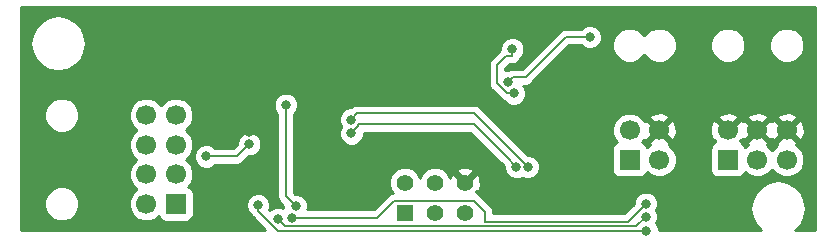
<source format=gbl>
G04 #@! TF.GenerationSoftware,KiCad,Pcbnew,5.0.0-fee4fd1~66~ubuntu18.04.1*
G04 #@! TF.CreationDate,2018-12-05T21:06:15-05:00*
G04 #@! TF.ProjectId,Steering2,5374656572696E67322E6B696361645F,rev?*
G04 #@! TF.SameCoordinates,Original*
G04 #@! TF.FileFunction,Copper,L2,Bot,Signal*
G04 #@! TF.FilePolarity,Positive*
%FSLAX46Y46*%
G04 Gerber Fmt 4.6, Leading zero omitted, Abs format (unit mm)*
G04 Created by KiCad (PCBNEW 5.0.0-fee4fd1~66~ubuntu18.04.1) date Wed Dec  5 21:06:15 2018*
%MOMM*%
%LPD*%
G01*
G04 APERTURE LIST*
G04 #@! TA.AperFunction,ComponentPad*
%ADD10R,1.700000X1.700000*%
G04 #@! TD*
G04 #@! TA.AperFunction,ComponentPad*
%ADD11C,1.700000*%
G04 #@! TD*
G04 #@! TA.AperFunction,ComponentPad*
%ADD12C,1.400000*%
G04 #@! TD*
G04 #@! TA.AperFunction,ComponentPad*
%ADD13R,1.400000X1.400000*%
G04 #@! TD*
G04 #@! TA.AperFunction,ViaPad*
%ADD14C,0.800000*%
G04 #@! TD*
G04 #@! TA.AperFunction,Conductor*
%ADD15C,0.152400*%
G04 #@! TD*
G04 #@! TA.AperFunction,Conductor*
%ADD16C,0.254000*%
G04 #@! TD*
G04 APERTURE END LIST*
D10*
G04 #@! TO.P,J3,1*
G04 #@! TO.N,/CANH*
X79629000Y-38544500D03*
D11*
G04 #@! TO.P,J3,2*
G04 #@! TO.N,/CANL*
X82129000Y-38544500D03*
G04 #@! TO.P,J3,3*
G04 #@! TO.N,+12V*
X79629000Y-36044500D03*
G04 #@! TO.P,J3,4*
G04 #@! TO.N,GND*
X82129000Y-36044500D03*
G04 #@! TD*
D12*
G04 #@! TO.P,J4,6*
G04 #@! TO.N,GND*
X65684400Y-40487600D03*
G04 #@! TO.P,J4,5*
G04 #@! TO.N,/RESET*
X65684400Y-43027600D03*
G04 #@! TO.P,J4,4*
G04 #@! TO.N,/MOSI*
X63144400Y-40487600D03*
G04 #@! TO.P,J4,3*
G04 #@! TO.N,/SCK*
X63144400Y-43027600D03*
G04 #@! TO.P,J4,2*
G04 #@! TO.N,VCC*
X60604400Y-40487600D03*
D13*
G04 #@! TO.P,J4,1*
G04 #@! TO.N,/MISO*
X60604400Y-43027600D03*
G04 #@! TD*
D10*
G04 #@! TO.P,J1,1*
G04 #@! TO.N,/LED3_Out*
X87947500Y-38544500D03*
D11*
G04 #@! TO.P,J1,2*
G04 #@! TO.N,/LED2_Out*
X90447500Y-38544500D03*
G04 #@! TO.P,J1,3*
G04 #@! TO.N,/LED1_Out*
X92947500Y-38544500D03*
G04 #@! TO.P,J1,4*
G04 #@! TO.N,GND*
X87947500Y-36044500D03*
G04 #@! TO.P,J1,5*
X90447500Y-36044500D03*
G04 #@! TO.P,J1,6*
X92947500Y-36044500D03*
G04 #@! TD*
D10*
G04 #@! TO.P,J2,1*
G04 #@! TO.N,/B4_In*
X41224200Y-42291000D03*
D11*
G04 #@! TO.P,J2,2*
G04 #@! TO.N,/B3_In*
X41224200Y-39791000D03*
G04 #@! TO.P,J2,3*
G04 #@! TO.N,/B2_In*
X41224200Y-37291000D03*
G04 #@! TO.P,J2,4*
G04 #@! TO.N,/B1_In*
X41224200Y-34791000D03*
G04 #@! TO.P,J2,5*
G04 #@! TO.N,VCC*
X38724200Y-42291000D03*
G04 #@! TO.P,J2,6*
X38724200Y-39791000D03*
G04 #@! TO.P,J2,7*
X38724200Y-37291000D03*
G04 #@! TO.P,J2,8*
X38724200Y-34791000D03*
G04 #@! TD*
D14*
G04 #@! TO.N,VCC*
X47424959Y-37245394D03*
X43789600Y-38277800D03*
G04 #@! TO.N,GND*
X73583800Y-37769800D03*
X73075800Y-27457400D03*
X72064764Y-33531848D03*
X47396400Y-36245800D03*
X74498200Y-40233600D03*
X52171600Y-36569194D03*
X59994800Y-37998400D03*
X46761402Y-44043600D03*
X43789600Y-33053000D03*
X42113200Y-31572200D03*
X43815000Y-42697400D03*
X36220400Y-30835598D03*
X67411600Y-40589200D03*
X71196200Y-37566600D03*
X68427600Y-40132000D03*
X73533000Y-36220400D03*
X72872600Y-37134800D03*
X56464200Y-27686000D03*
G04 #@! TO.N,Net-(C5-Pad1)*
X69824600Y-32943800D03*
X69697600Y-29184600D03*
G04 #@! TO.N,/TXCAN*
X56083200Y-36322000D03*
X70027800Y-39141400D03*
G04 #@! TO.N,/RXCAN*
X71027456Y-39167706D03*
X56057800Y-35153600D03*
G04 #@! TO.N,/SCK*
X51358800Y-42468800D03*
X50520600Y-33909000D03*
G04 #@! TO.N,/LED_Driver3*
X81000600Y-42291000D03*
X51079400Y-43459400D03*
G04 #@! TO.N,/LED_Driver2*
X81026000Y-43383200D03*
X49844027Y-43600735D03*
G04 #@! TO.N,/LED_Driver1*
X81051400Y-44551600D03*
X48183800Y-42392600D03*
G04 #@! TO.N,Net-(R17-Pad1)*
X69342000Y-31965900D03*
X76276200Y-28168600D03*
G04 #@! TD*
D15*
G04 #@! TO.N,VCC*
X46392553Y-38277800D02*
X47424959Y-37245394D01*
X43789600Y-38277800D02*
X46392553Y-38277800D01*
G04 #@! TO.N,Net-(C5-Pad1)*
X69258915Y-32943800D02*
X69824600Y-32943800D01*
X69697600Y-29184600D02*
X69697600Y-29750285D01*
X69697600Y-29750285D02*
X69182715Y-29750285D01*
X69182715Y-29750285D02*
X68414900Y-30518100D01*
X68414900Y-32099785D02*
X69258915Y-32943800D01*
X68414900Y-30518100D02*
X68414900Y-32099785D01*
G04 #@! TO.N,/TXCAN*
X69061410Y-38175010D02*
X69138800Y-38252400D01*
X69138800Y-38252400D02*
X70027800Y-39141400D01*
X69138800Y-38252400D02*
X66445210Y-35558810D01*
X66445210Y-35558810D02*
X56668590Y-35558810D01*
X56668590Y-35736610D02*
X56083200Y-36322000D01*
X56668590Y-35558810D02*
X56668590Y-35736610D01*
X56083200Y-36322000D02*
X56159400Y-36322000D01*
G04 #@! TO.N,/RXCAN*
X71027456Y-39167706D02*
X69875400Y-38015650D01*
X69875400Y-38015650D02*
X69723000Y-37863250D01*
X56591200Y-34620200D02*
X56057800Y-35153600D01*
X69875400Y-38015650D02*
X66479950Y-34620200D01*
X66479950Y-34620200D02*
X56591200Y-34620200D01*
G04 #@! TO.N,/SCK*
X50520600Y-41630600D02*
X51358800Y-42468800D01*
X50520600Y-33909000D02*
X50520600Y-41630600D01*
G04 #@! TO.N,/LED_Driver3*
X79473410Y-43818190D02*
X81000600Y-42291000D01*
X58267600Y-43459400D02*
X59675601Y-42051399D01*
X59675601Y-42051399D02*
X66460799Y-42051399D01*
X51079400Y-43459400D02*
X58267600Y-43459400D01*
X66460799Y-42051399D02*
X67360800Y-42951400D01*
X67360800Y-42951400D02*
X67360800Y-43818190D01*
X67360800Y-43818190D02*
X79473410Y-43818190D01*
G04 #@! TO.N,/LED_Driver2*
X80210010Y-44199190D02*
X50442482Y-44199190D01*
X81026000Y-43383200D02*
X80210010Y-44199190D01*
X50442482Y-44199190D02*
X49844027Y-43600735D01*
G04 #@! TO.N,/LED_Driver1*
X48183800Y-42392600D02*
X48183800Y-42896800D01*
X49838600Y-44551600D02*
X81051400Y-44551600D01*
X48183800Y-42896800D02*
X49838600Y-44551600D01*
G04 #@! TO.N,Net-(R17-Pad1)*
X74244200Y-28168600D02*
X76276200Y-28168600D01*
X70846899Y-31565901D02*
X74244200Y-28168600D01*
X69741999Y-31565901D02*
X70846899Y-31565901D01*
X69342000Y-31965900D02*
X69741999Y-31565901D01*
G04 #@! TD*
D16*
G04 #@! TO.N,GND*
G36*
X95302000Y-44502000D02*
X93663417Y-44502000D01*
X94108363Y-44057054D01*
X94443064Y-43400166D01*
X94558394Y-42672000D01*
X94443064Y-41943834D01*
X94108363Y-41286946D01*
X93587054Y-40765637D01*
X92930166Y-40430936D01*
X92202000Y-40315606D01*
X91473834Y-40430936D01*
X90816946Y-40765637D01*
X90295637Y-41286946D01*
X89960936Y-41943834D01*
X89845606Y-42672000D01*
X89960936Y-43400166D01*
X90295637Y-44057054D01*
X90740583Y-44502000D01*
X82086400Y-44502000D01*
X82086400Y-44345726D01*
X81928831Y-43965320D01*
X81912089Y-43948578D01*
X82061000Y-43589074D01*
X82061000Y-43177326D01*
X81907374Y-42806439D01*
X82035600Y-42496874D01*
X82035600Y-42085126D01*
X81878031Y-41704720D01*
X81586880Y-41413569D01*
X81206474Y-41256000D01*
X80794726Y-41256000D01*
X80414320Y-41413569D01*
X80123169Y-41704720D01*
X79965600Y-42085126D01*
X79965600Y-42320211D01*
X79178822Y-43106990D01*
X68072000Y-43106990D01*
X68072000Y-43021442D01*
X68085932Y-42951400D01*
X68072000Y-42881358D01*
X68072000Y-42881354D01*
X68030736Y-42673904D01*
X67972257Y-42586385D01*
X67913224Y-42498035D01*
X67913220Y-42498031D01*
X67873545Y-42438654D01*
X67814169Y-42398980D01*
X67013223Y-41598035D01*
X66973545Y-41538653D01*
X66738295Y-41381463D01*
X66716347Y-41377097D01*
X66734926Y-41358518D01*
X66619677Y-41243269D01*
X66855442Y-41181431D01*
X67031819Y-40680478D01*
X67003064Y-40150160D01*
X66855442Y-39793769D01*
X66619675Y-39731931D01*
X65864005Y-40487600D01*
X65878148Y-40501742D01*
X65698542Y-40681348D01*
X65684400Y-40667205D01*
X65670258Y-40681348D01*
X65490652Y-40501742D01*
X65504795Y-40487600D01*
X64749125Y-39731931D01*
X64513358Y-39793769D01*
X64416247Y-40069587D01*
X64276158Y-39731383D01*
X64097100Y-39552325D01*
X64928731Y-39552325D01*
X65684400Y-40307995D01*
X66440069Y-39552325D01*
X66378231Y-39316558D01*
X65877278Y-39140181D01*
X65346960Y-39168936D01*
X64990569Y-39316558D01*
X64928731Y-39552325D01*
X64097100Y-39552325D01*
X63900617Y-39355842D01*
X63409948Y-39152600D01*
X62878852Y-39152600D01*
X62388183Y-39355842D01*
X62012642Y-39731383D01*
X61874400Y-40065128D01*
X61736158Y-39731383D01*
X61360617Y-39355842D01*
X60869948Y-39152600D01*
X60338852Y-39152600D01*
X59848183Y-39355842D01*
X59472642Y-39731383D01*
X59269400Y-40222052D01*
X59269400Y-40753148D01*
X59472642Y-41243817D01*
X59575085Y-41346260D01*
X59398105Y-41381463D01*
X59398104Y-41381464D01*
X59398103Y-41381464D01*
X59222236Y-41498975D01*
X59222234Y-41498977D01*
X59162855Y-41538653D01*
X59123179Y-41598032D01*
X57973012Y-42748200D01*
X52363345Y-42748200D01*
X52393800Y-42674674D01*
X52393800Y-42262926D01*
X52236231Y-41882520D01*
X51945080Y-41591369D01*
X51564674Y-41433800D01*
X51329588Y-41433800D01*
X51231800Y-41336012D01*
X51231800Y-34947726D01*
X55022800Y-34947726D01*
X55022800Y-35359474D01*
X55180369Y-35739880D01*
X55197111Y-35756622D01*
X55048200Y-36116126D01*
X55048200Y-36527874D01*
X55205769Y-36908280D01*
X55496920Y-37199431D01*
X55877326Y-37357000D01*
X56289074Y-37357000D01*
X56669480Y-37199431D01*
X56960631Y-36908280D01*
X57118200Y-36527874D01*
X57118200Y-36292789D01*
X57121956Y-36289032D01*
X57150425Y-36270010D01*
X66150622Y-36270010D01*
X68992800Y-39112188D01*
X68992800Y-39347274D01*
X69150369Y-39727680D01*
X69441520Y-40018831D01*
X69821926Y-40176400D01*
X70233674Y-40176400D01*
X70495874Y-40067794D01*
X70821582Y-40202706D01*
X71233330Y-40202706D01*
X71613736Y-40045137D01*
X71904887Y-39753986D01*
X72062456Y-39373580D01*
X72062456Y-38961832D01*
X71904887Y-38581426D01*
X71613736Y-38290275D01*
X71233330Y-38132706D01*
X70998245Y-38132706D01*
X70560039Y-37694500D01*
X78131560Y-37694500D01*
X78131560Y-39394500D01*
X78180843Y-39642265D01*
X78321191Y-39852309D01*
X78531235Y-39992657D01*
X78779000Y-40041940D01*
X80479000Y-40041940D01*
X80726765Y-39992657D01*
X80936809Y-39852309D01*
X81077157Y-39642265D01*
X81085370Y-39600977D01*
X81287815Y-39803422D01*
X81833615Y-40029500D01*
X82424385Y-40029500D01*
X82970185Y-39803422D01*
X83387922Y-39385685D01*
X83614000Y-38839885D01*
X83614000Y-38249115D01*
X83387922Y-37703315D01*
X83379107Y-37694500D01*
X86450060Y-37694500D01*
X86450060Y-39394500D01*
X86499343Y-39642265D01*
X86639691Y-39852309D01*
X86849735Y-39992657D01*
X87097500Y-40041940D01*
X88797500Y-40041940D01*
X89045265Y-39992657D01*
X89255309Y-39852309D01*
X89395657Y-39642265D01*
X89403870Y-39600977D01*
X89606315Y-39803422D01*
X90152115Y-40029500D01*
X90742885Y-40029500D01*
X91288685Y-39803422D01*
X91697500Y-39394607D01*
X92106315Y-39803422D01*
X92652115Y-40029500D01*
X93242885Y-40029500D01*
X93788685Y-39803422D01*
X94206422Y-39385685D01*
X94432500Y-38839885D01*
X94432500Y-38249115D01*
X94206422Y-37703315D01*
X93788685Y-37285578D01*
X93753537Y-37271019D01*
X93811853Y-37088458D01*
X92947500Y-36224105D01*
X92083147Y-37088458D01*
X92141463Y-37271019D01*
X92106315Y-37285578D01*
X91697500Y-37694393D01*
X91288685Y-37285578D01*
X91253537Y-37271019D01*
X91311853Y-37088458D01*
X90447500Y-36224105D01*
X89583147Y-37088458D01*
X89641463Y-37271019D01*
X89606315Y-37285578D01*
X89403870Y-37488023D01*
X89395657Y-37446735D01*
X89255309Y-37236691D01*
X89045265Y-37096343D01*
X89035359Y-37094373D01*
X89106170Y-37023562D01*
X88991460Y-36908852D01*
X89197500Y-36843037D01*
X89403542Y-36908853D01*
X90267895Y-36044500D01*
X90627105Y-36044500D01*
X91491458Y-36908853D01*
X91697500Y-36843037D01*
X91903542Y-36908853D01*
X92767895Y-36044500D01*
X93127105Y-36044500D01*
X93991458Y-36908853D01*
X94242759Y-36828580D01*
X94444218Y-36273221D01*
X94417815Y-35683042D01*
X94242759Y-35260420D01*
X93991458Y-35180147D01*
X93127105Y-36044500D01*
X92767895Y-36044500D01*
X91903542Y-35180147D01*
X91697500Y-35245963D01*
X91491458Y-35180147D01*
X90627105Y-36044500D01*
X90267895Y-36044500D01*
X89403542Y-35180147D01*
X89197500Y-35245963D01*
X88991458Y-35180147D01*
X88127105Y-36044500D01*
X88141248Y-36058643D01*
X87961643Y-36238248D01*
X87947500Y-36224105D01*
X87933358Y-36238248D01*
X87753753Y-36058643D01*
X87767895Y-36044500D01*
X86903542Y-35180147D01*
X86652241Y-35260420D01*
X86450782Y-35815779D01*
X86477185Y-36405958D01*
X86652241Y-36828580D01*
X86903540Y-36908852D01*
X86788830Y-37023562D01*
X86859641Y-37094373D01*
X86849735Y-37096343D01*
X86639691Y-37236691D01*
X86499343Y-37446735D01*
X86450060Y-37694500D01*
X83379107Y-37694500D01*
X82970185Y-37285578D01*
X82935037Y-37271019D01*
X82993353Y-37088458D01*
X82129000Y-36224105D01*
X81264647Y-37088458D01*
X81322963Y-37271019D01*
X81287815Y-37285578D01*
X81085370Y-37488023D01*
X81077157Y-37446735D01*
X80936809Y-37236691D01*
X80726765Y-37096343D01*
X80685477Y-37088130D01*
X80887922Y-36885685D01*
X80902481Y-36850537D01*
X81085042Y-36908853D01*
X81949395Y-36044500D01*
X82308605Y-36044500D01*
X83172958Y-36908853D01*
X83424259Y-36828580D01*
X83625718Y-36273221D01*
X83599315Y-35683042D01*
X83424259Y-35260420D01*
X83172958Y-35180147D01*
X82308605Y-36044500D01*
X81949395Y-36044500D01*
X81085042Y-35180147D01*
X80902481Y-35238463D01*
X80887922Y-35203315D01*
X80685149Y-35000542D01*
X81264647Y-35000542D01*
X82129000Y-35864895D01*
X82993353Y-35000542D01*
X87083147Y-35000542D01*
X87947500Y-35864895D01*
X88811853Y-35000542D01*
X89583147Y-35000542D01*
X90447500Y-35864895D01*
X91311853Y-35000542D01*
X92083147Y-35000542D01*
X92947500Y-35864895D01*
X93811853Y-35000542D01*
X93731580Y-34749241D01*
X93176221Y-34547782D01*
X92586042Y-34574185D01*
X92163420Y-34749241D01*
X92083147Y-35000542D01*
X91311853Y-35000542D01*
X91231580Y-34749241D01*
X90676221Y-34547782D01*
X90086042Y-34574185D01*
X89663420Y-34749241D01*
X89583147Y-35000542D01*
X88811853Y-35000542D01*
X88731580Y-34749241D01*
X88176221Y-34547782D01*
X87586042Y-34574185D01*
X87163420Y-34749241D01*
X87083147Y-35000542D01*
X82993353Y-35000542D01*
X82913080Y-34749241D01*
X82357721Y-34547782D01*
X81767542Y-34574185D01*
X81344920Y-34749241D01*
X81264647Y-35000542D01*
X80685149Y-35000542D01*
X80470185Y-34785578D01*
X79924385Y-34559500D01*
X79333615Y-34559500D01*
X78787815Y-34785578D01*
X78370078Y-35203315D01*
X78144000Y-35749115D01*
X78144000Y-36339885D01*
X78370078Y-36885685D01*
X78572523Y-37088130D01*
X78531235Y-37096343D01*
X78321191Y-37236691D01*
X78180843Y-37446735D01*
X78131560Y-37694500D01*
X70560039Y-37694500D01*
X70427826Y-37562288D01*
X70427824Y-37562285D01*
X67032374Y-34166836D01*
X66992696Y-34107454D01*
X66757446Y-33950264D01*
X66549996Y-33909000D01*
X66549991Y-33909000D01*
X66479950Y-33895068D01*
X66409909Y-33909000D01*
X56661242Y-33909000D01*
X56591200Y-33895068D01*
X56521158Y-33909000D01*
X56521154Y-33909000D01*
X56313704Y-33950264D01*
X56078454Y-34107454D01*
X56071006Y-34118600D01*
X55851926Y-34118600D01*
X55471520Y-34276169D01*
X55180369Y-34567320D01*
X55022800Y-34947726D01*
X51231800Y-34947726D01*
X51231800Y-34661511D01*
X51398031Y-34495280D01*
X51555600Y-34114874D01*
X51555600Y-33703126D01*
X51398031Y-33322720D01*
X51106880Y-33031569D01*
X50726474Y-32874000D01*
X50314726Y-32874000D01*
X49934320Y-33031569D01*
X49643169Y-33322720D01*
X49485600Y-33703126D01*
X49485600Y-34114874D01*
X49643169Y-34495280D01*
X49809400Y-34661511D01*
X49809401Y-41560554D01*
X49795468Y-41630600D01*
X49850665Y-41908096D01*
X49968176Y-42083964D01*
X49968179Y-42083967D01*
X50007855Y-42143346D01*
X50067234Y-42183022D01*
X50323800Y-42439588D01*
X50323800Y-42674674D01*
X50326057Y-42680122D01*
X50049901Y-42565735D01*
X49638153Y-42565735D01*
X49257747Y-42723304D01*
X49136920Y-42844131D01*
X49122867Y-42830078D01*
X49218800Y-42598474D01*
X49218800Y-42186726D01*
X49061231Y-41806320D01*
X48770080Y-41515169D01*
X48389674Y-41357600D01*
X47977926Y-41357600D01*
X47597520Y-41515169D01*
X47306369Y-41806320D01*
X47148800Y-42186726D01*
X47148800Y-42598474D01*
X47306369Y-42978880D01*
X47538188Y-43210699D01*
X47577833Y-43270031D01*
X47631376Y-43350164D01*
X47631378Y-43350166D01*
X47671055Y-43409546D01*
X47730434Y-43449222D01*
X48783211Y-44502000D01*
X28142000Y-44502000D01*
X28142000Y-41995615D01*
X30059200Y-41995615D01*
X30059200Y-42586385D01*
X30285278Y-43132185D01*
X30703015Y-43549922D01*
X31248815Y-43776000D01*
X31839585Y-43776000D01*
X32385385Y-43549922D01*
X32803122Y-43132185D01*
X33029200Y-42586385D01*
X33029200Y-41995615D01*
X32803122Y-41449815D01*
X32385385Y-41032078D01*
X31839585Y-40806000D01*
X31248815Y-40806000D01*
X30703015Y-41032078D01*
X30285278Y-41449815D01*
X30059200Y-41995615D01*
X28142000Y-41995615D01*
X28142000Y-34495615D01*
X30059200Y-34495615D01*
X30059200Y-35086385D01*
X30285278Y-35632185D01*
X30703015Y-36049922D01*
X31248815Y-36276000D01*
X31839585Y-36276000D01*
X32385385Y-36049922D01*
X32803122Y-35632185D01*
X33029200Y-35086385D01*
X33029200Y-34495615D01*
X37239200Y-34495615D01*
X37239200Y-35086385D01*
X37465278Y-35632185D01*
X37874093Y-36041000D01*
X37465278Y-36449815D01*
X37239200Y-36995615D01*
X37239200Y-37586385D01*
X37465278Y-38132185D01*
X37874093Y-38541000D01*
X37465278Y-38949815D01*
X37239200Y-39495615D01*
X37239200Y-40086385D01*
X37465278Y-40632185D01*
X37874093Y-41041000D01*
X37465278Y-41449815D01*
X37239200Y-41995615D01*
X37239200Y-42586385D01*
X37465278Y-43132185D01*
X37883015Y-43549922D01*
X38428815Y-43776000D01*
X39019585Y-43776000D01*
X39565385Y-43549922D01*
X39767830Y-43347477D01*
X39776043Y-43388765D01*
X39916391Y-43598809D01*
X40126435Y-43739157D01*
X40374200Y-43788440D01*
X42074200Y-43788440D01*
X42321965Y-43739157D01*
X42532009Y-43598809D01*
X42672357Y-43388765D01*
X42721640Y-43141000D01*
X42721640Y-41441000D01*
X42672357Y-41193235D01*
X42532009Y-40983191D01*
X42321965Y-40842843D01*
X42280677Y-40834630D01*
X42483122Y-40632185D01*
X42709200Y-40086385D01*
X42709200Y-39495615D01*
X42483122Y-38949815D01*
X42074307Y-38541000D01*
X42483122Y-38132185D01*
X42508082Y-38071926D01*
X42754600Y-38071926D01*
X42754600Y-38483674D01*
X42912169Y-38864080D01*
X43203320Y-39155231D01*
X43583726Y-39312800D01*
X43995474Y-39312800D01*
X44375880Y-39155231D01*
X44542111Y-38989000D01*
X46322512Y-38989000D01*
X46392553Y-39002932D01*
X46462594Y-38989000D01*
X46462599Y-38989000D01*
X46670049Y-38947736D01*
X46905299Y-38790546D01*
X46944977Y-38731164D01*
X47395747Y-38280394D01*
X47630833Y-38280394D01*
X48011239Y-38122825D01*
X48302390Y-37831674D01*
X48459959Y-37451268D01*
X48459959Y-37039520D01*
X48302390Y-36659114D01*
X48011239Y-36367963D01*
X47630833Y-36210394D01*
X47219085Y-36210394D01*
X46838679Y-36367963D01*
X46547528Y-36659114D01*
X46389959Y-37039520D01*
X46389959Y-37274606D01*
X46097965Y-37566600D01*
X44542111Y-37566600D01*
X44375880Y-37400369D01*
X43995474Y-37242800D01*
X43583726Y-37242800D01*
X43203320Y-37400369D01*
X42912169Y-37691520D01*
X42754600Y-38071926D01*
X42508082Y-38071926D01*
X42709200Y-37586385D01*
X42709200Y-36995615D01*
X42483122Y-36449815D01*
X42074307Y-36041000D01*
X42483122Y-35632185D01*
X42709200Y-35086385D01*
X42709200Y-34495615D01*
X42483122Y-33949815D01*
X42065385Y-33532078D01*
X41519585Y-33306000D01*
X40928815Y-33306000D01*
X40383015Y-33532078D01*
X39974200Y-33940893D01*
X39565385Y-33532078D01*
X39019585Y-33306000D01*
X38428815Y-33306000D01*
X37883015Y-33532078D01*
X37465278Y-33949815D01*
X37239200Y-34495615D01*
X33029200Y-34495615D01*
X32803122Y-33949815D01*
X32385385Y-33532078D01*
X31839585Y-33306000D01*
X31248815Y-33306000D01*
X30703015Y-33532078D01*
X30285278Y-33949815D01*
X30059200Y-34495615D01*
X28142000Y-34495615D01*
X28142000Y-28702000D01*
X28885606Y-28702000D01*
X29000936Y-29430166D01*
X29335637Y-30087054D01*
X29856946Y-30608363D01*
X30513834Y-30943064D01*
X31242000Y-31058394D01*
X31970166Y-30943064D01*
X32627054Y-30608363D01*
X32717317Y-30518100D01*
X67689768Y-30518100D01*
X67703700Y-30588142D01*
X67703701Y-32029739D01*
X67689768Y-32099785D01*
X67744965Y-32377281D01*
X67862476Y-32553149D01*
X67862479Y-32553152D01*
X67902155Y-32612531D01*
X67961534Y-32652207D01*
X68706493Y-33397167D01*
X68746169Y-33456546D01*
X68805548Y-33496222D01*
X68805550Y-33496224D01*
X68981417Y-33613735D01*
X68981418Y-33613735D01*
X68981419Y-33613736D01*
X69043093Y-33626004D01*
X69238320Y-33821231D01*
X69618726Y-33978800D01*
X70030474Y-33978800D01*
X70410880Y-33821231D01*
X70702031Y-33530080D01*
X70859600Y-33149674D01*
X70859600Y-32737926D01*
X70702031Y-32357520D01*
X70621612Y-32277101D01*
X70776858Y-32277101D01*
X70846899Y-32291033D01*
X70916940Y-32277101D01*
X70916945Y-32277101D01*
X71124395Y-32235837D01*
X71359645Y-32078647D01*
X71399323Y-32019265D01*
X74538789Y-28879800D01*
X75523689Y-28879800D01*
X75689920Y-29046031D01*
X76070326Y-29203600D01*
X76482074Y-29203600D01*
X76862480Y-29046031D01*
X77153631Y-28754880D01*
X77230577Y-28569115D01*
X78144000Y-28569115D01*
X78144000Y-29159885D01*
X78370078Y-29705685D01*
X78787815Y-30123422D01*
X79333615Y-30349500D01*
X79924385Y-30349500D01*
X80470185Y-30123422D01*
X80879000Y-29714607D01*
X81287815Y-30123422D01*
X81833615Y-30349500D01*
X82424385Y-30349500D01*
X82970185Y-30123422D01*
X83387922Y-29705685D01*
X83614000Y-29159885D01*
X83614000Y-28569115D01*
X86462500Y-28569115D01*
X86462500Y-29159885D01*
X86688578Y-29705685D01*
X87106315Y-30123422D01*
X87652115Y-30349500D01*
X88242885Y-30349500D01*
X88788685Y-30123422D01*
X89206422Y-29705685D01*
X89432500Y-29159885D01*
X89432500Y-28569115D01*
X91462500Y-28569115D01*
X91462500Y-29159885D01*
X91688578Y-29705685D01*
X92106315Y-30123422D01*
X92652115Y-30349500D01*
X93242885Y-30349500D01*
X93788685Y-30123422D01*
X94206422Y-29705685D01*
X94432500Y-29159885D01*
X94432500Y-28569115D01*
X94206422Y-28023315D01*
X93788685Y-27605578D01*
X93242885Y-27379500D01*
X92652115Y-27379500D01*
X92106315Y-27605578D01*
X91688578Y-28023315D01*
X91462500Y-28569115D01*
X89432500Y-28569115D01*
X89206422Y-28023315D01*
X88788685Y-27605578D01*
X88242885Y-27379500D01*
X87652115Y-27379500D01*
X87106315Y-27605578D01*
X86688578Y-28023315D01*
X86462500Y-28569115D01*
X83614000Y-28569115D01*
X83387922Y-28023315D01*
X82970185Y-27605578D01*
X82424385Y-27379500D01*
X81833615Y-27379500D01*
X81287815Y-27605578D01*
X80879000Y-28014393D01*
X80470185Y-27605578D01*
X79924385Y-27379500D01*
X79333615Y-27379500D01*
X78787815Y-27605578D01*
X78370078Y-28023315D01*
X78144000Y-28569115D01*
X77230577Y-28569115D01*
X77311200Y-28374474D01*
X77311200Y-27962726D01*
X77153631Y-27582320D01*
X76862480Y-27291169D01*
X76482074Y-27133600D01*
X76070326Y-27133600D01*
X75689920Y-27291169D01*
X75523689Y-27457400D01*
X74314241Y-27457400D01*
X74244199Y-27443468D01*
X74174157Y-27457400D01*
X74174154Y-27457400D01*
X73966704Y-27498664D01*
X73966703Y-27498665D01*
X73966702Y-27498665D01*
X73790835Y-27616176D01*
X73790833Y-27616178D01*
X73731454Y-27655854D01*
X73691778Y-27715233D01*
X70552311Y-30854701D01*
X69812040Y-30854701D01*
X69741998Y-30840769D01*
X69671957Y-30854701D01*
X69671953Y-30854701D01*
X69464503Y-30895965D01*
X69412219Y-30930900D01*
X69136126Y-30930900D01*
X69126100Y-30935053D01*
X69126100Y-30812688D01*
X69477304Y-30461485D01*
X69627554Y-30461485D01*
X69697600Y-30475418D01*
X69767646Y-30461485D01*
X69975096Y-30420221D01*
X70210346Y-30263031D01*
X70367536Y-30027781D01*
X70379804Y-29966107D01*
X70575031Y-29770880D01*
X70732600Y-29390474D01*
X70732600Y-28978726D01*
X70575031Y-28598320D01*
X70283880Y-28307169D01*
X69903474Y-28149600D01*
X69491726Y-28149600D01*
X69111320Y-28307169D01*
X68820169Y-28598320D01*
X68662600Y-28978726D01*
X68662600Y-29248567D01*
X68630293Y-29296918D01*
X67961533Y-29965678D01*
X67902154Y-30005355D01*
X67862478Y-30064734D01*
X67862476Y-30064736D01*
X67785167Y-30180437D01*
X67744964Y-30240605D01*
X67703700Y-30448055D01*
X67703700Y-30448059D01*
X67689768Y-30518100D01*
X32717317Y-30518100D01*
X33148363Y-30087054D01*
X33483064Y-29430166D01*
X33598394Y-28702000D01*
X33483064Y-27973834D01*
X33148363Y-27316946D01*
X32627054Y-26795637D01*
X31970166Y-26460936D01*
X31242000Y-26345606D01*
X30513834Y-26460936D01*
X29856946Y-26795637D01*
X29335637Y-27316946D01*
X29000936Y-27973834D01*
X28885606Y-28702000D01*
X28142000Y-28702000D01*
X28142000Y-25602000D01*
X95302001Y-25602000D01*
X95302000Y-44502000D01*
X95302000Y-44502000D01*
G37*
X95302000Y-44502000D02*
X93663417Y-44502000D01*
X94108363Y-44057054D01*
X94443064Y-43400166D01*
X94558394Y-42672000D01*
X94443064Y-41943834D01*
X94108363Y-41286946D01*
X93587054Y-40765637D01*
X92930166Y-40430936D01*
X92202000Y-40315606D01*
X91473834Y-40430936D01*
X90816946Y-40765637D01*
X90295637Y-41286946D01*
X89960936Y-41943834D01*
X89845606Y-42672000D01*
X89960936Y-43400166D01*
X90295637Y-44057054D01*
X90740583Y-44502000D01*
X82086400Y-44502000D01*
X82086400Y-44345726D01*
X81928831Y-43965320D01*
X81912089Y-43948578D01*
X82061000Y-43589074D01*
X82061000Y-43177326D01*
X81907374Y-42806439D01*
X82035600Y-42496874D01*
X82035600Y-42085126D01*
X81878031Y-41704720D01*
X81586880Y-41413569D01*
X81206474Y-41256000D01*
X80794726Y-41256000D01*
X80414320Y-41413569D01*
X80123169Y-41704720D01*
X79965600Y-42085126D01*
X79965600Y-42320211D01*
X79178822Y-43106990D01*
X68072000Y-43106990D01*
X68072000Y-43021442D01*
X68085932Y-42951400D01*
X68072000Y-42881358D01*
X68072000Y-42881354D01*
X68030736Y-42673904D01*
X67972257Y-42586385D01*
X67913224Y-42498035D01*
X67913220Y-42498031D01*
X67873545Y-42438654D01*
X67814169Y-42398980D01*
X67013223Y-41598035D01*
X66973545Y-41538653D01*
X66738295Y-41381463D01*
X66716347Y-41377097D01*
X66734926Y-41358518D01*
X66619677Y-41243269D01*
X66855442Y-41181431D01*
X67031819Y-40680478D01*
X67003064Y-40150160D01*
X66855442Y-39793769D01*
X66619675Y-39731931D01*
X65864005Y-40487600D01*
X65878148Y-40501742D01*
X65698542Y-40681348D01*
X65684400Y-40667205D01*
X65670258Y-40681348D01*
X65490652Y-40501742D01*
X65504795Y-40487600D01*
X64749125Y-39731931D01*
X64513358Y-39793769D01*
X64416247Y-40069587D01*
X64276158Y-39731383D01*
X64097100Y-39552325D01*
X64928731Y-39552325D01*
X65684400Y-40307995D01*
X66440069Y-39552325D01*
X66378231Y-39316558D01*
X65877278Y-39140181D01*
X65346960Y-39168936D01*
X64990569Y-39316558D01*
X64928731Y-39552325D01*
X64097100Y-39552325D01*
X63900617Y-39355842D01*
X63409948Y-39152600D01*
X62878852Y-39152600D01*
X62388183Y-39355842D01*
X62012642Y-39731383D01*
X61874400Y-40065128D01*
X61736158Y-39731383D01*
X61360617Y-39355842D01*
X60869948Y-39152600D01*
X60338852Y-39152600D01*
X59848183Y-39355842D01*
X59472642Y-39731383D01*
X59269400Y-40222052D01*
X59269400Y-40753148D01*
X59472642Y-41243817D01*
X59575085Y-41346260D01*
X59398105Y-41381463D01*
X59398104Y-41381464D01*
X59398103Y-41381464D01*
X59222236Y-41498975D01*
X59222234Y-41498977D01*
X59162855Y-41538653D01*
X59123179Y-41598032D01*
X57973012Y-42748200D01*
X52363345Y-42748200D01*
X52393800Y-42674674D01*
X52393800Y-42262926D01*
X52236231Y-41882520D01*
X51945080Y-41591369D01*
X51564674Y-41433800D01*
X51329588Y-41433800D01*
X51231800Y-41336012D01*
X51231800Y-34947726D01*
X55022800Y-34947726D01*
X55022800Y-35359474D01*
X55180369Y-35739880D01*
X55197111Y-35756622D01*
X55048200Y-36116126D01*
X55048200Y-36527874D01*
X55205769Y-36908280D01*
X55496920Y-37199431D01*
X55877326Y-37357000D01*
X56289074Y-37357000D01*
X56669480Y-37199431D01*
X56960631Y-36908280D01*
X57118200Y-36527874D01*
X57118200Y-36292789D01*
X57121956Y-36289032D01*
X57150425Y-36270010D01*
X66150622Y-36270010D01*
X68992800Y-39112188D01*
X68992800Y-39347274D01*
X69150369Y-39727680D01*
X69441520Y-40018831D01*
X69821926Y-40176400D01*
X70233674Y-40176400D01*
X70495874Y-40067794D01*
X70821582Y-40202706D01*
X71233330Y-40202706D01*
X71613736Y-40045137D01*
X71904887Y-39753986D01*
X72062456Y-39373580D01*
X72062456Y-38961832D01*
X71904887Y-38581426D01*
X71613736Y-38290275D01*
X71233330Y-38132706D01*
X70998245Y-38132706D01*
X70560039Y-37694500D01*
X78131560Y-37694500D01*
X78131560Y-39394500D01*
X78180843Y-39642265D01*
X78321191Y-39852309D01*
X78531235Y-39992657D01*
X78779000Y-40041940D01*
X80479000Y-40041940D01*
X80726765Y-39992657D01*
X80936809Y-39852309D01*
X81077157Y-39642265D01*
X81085370Y-39600977D01*
X81287815Y-39803422D01*
X81833615Y-40029500D01*
X82424385Y-40029500D01*
X82970185Y-39803422D01*
X83387922Y-39385685D01*
X83614000Y-38839885D01*
X83614000Y-38249115D01*
X83387922Y-37703315D01*
X83379107Y-37694500D01*
X86450060Y-37694500D01*
X86450060Y-39394500D01*
X86499343Y-39642265D01*
X86639691Y-39852309D01*
X86849735Y-39992657D01*
X87097500Y-40041940D01*
X88797500Y-40041940D01*
X89045265Y-39992657D01*
X89255309Y-39852309D01*
X89395657Y-39642265D01*
X89403870Y-39600977D01*
X89606315Y-39803422D01*
X90152115Y-40029500D01*
X90742885Y-40029500D01*
X91288685Y-39803422D01*
X91697500Y-39394607D01*
X92106315Y-39803422D01*
X92652115Y-40029500D01*
X93242885Y-40029500D01*
X93788685Y-39803422D01*
X94206422Y-39385685D01*
X94432500Y-38839885D01*
X94432500Y-38249115D01*
X94206422Y-37703315D01*
X93788685Y-37285578D01*
X93753537Y-37271019D01*
X93811853Y-37088458D01*
X92947500Y-36224105D01*
X92083147Y-37088458D01*
X92141463Y-37271019D01*
X92106315Y-37285578D01*
X91697500Y-37694393D01*
X91288685Y-37285578D01*
X91253537Y-37271019D01*
X91311853Y-37088458D01*
X90447500Y-36224105D01*
X89583147Y-37088458D01*
X89641463Y-37271019D01*
X89606315Y-37285578D01*
X89403870Y-37488023D01*
X89395657Y-37446735D01*
X89255309Y-37236691D01*
X89045265Y-37096343D01*
X89035359Y-37094373D01*
X89106170Y-37023562D01*
X88991460Y-36908852D01*
X89197500Y-36843037D01*
X89403542Y-36908853D01*
X90267895Y-36044500D01*
X90627105Y-36044500D01*
X91491458Y-36908853D01*
X91697500Y-36843037D01*
X91903542Y-36908853D01*
X92767895Y-36044500D01*
X93127105Y-36044500D01*
X93991458Y-36908853D01*
X94242759Y-36828580D01*
X94444218Y-36273221D01*
X94417815Y-35683042D01*
X94242759Y-35260420D01*
X93991458Y-35180147D01*
X93127105Y-36044500D01*
X92767895Y-36044500D01*
X91903542Y-35180147D01*
X91697500Y-35245963D01*
X91491458Y-35180147D01*
X90627105Y-36044500D01*
X90267895Y-36044500D01*
X89403542Y-35180147D01*
X89197500Y-35245963D01*
X88991458Y-35180147D01*
X88127105Y-36044500D01*
X88141248Y-36058643D01*
X87961643Y-36238248D01*
X87947500Y-36224105D01*
X87933358Y-36238248D01*
X87753753Y-36058643D01*
X87767895Y-36044500D01*
X86903542Y-35180147D01*
X86652241Y-35260420D01*
X86450782Y-35815779D01*
X86477185Y-36405958D01*
X86652241Y-36828580D01*
X86903540Y-36908852D01*
X86788830Y-37023562D01*
X86859641Y-37094373D01*
X86849735Y-37096343D01*
X86639691Y-37236691D01*
X86499343Y-37446735D01*
X86450060Y-37694500D01*
X83379107Y-37694500D01*
X82970185Y-37285578D01*
X82935037Y-37271019D01*
X82993353Y-37088458D01*
X82129000Y-36224105D01*
X81264647Y-37088458D01*
X81322963Y-37271019D01*
X81287815Y-37285578D01*
X81085370Y-37488023D01*
X81077157Y-37446735D01*
X80936809Y-37236691D01*
X80726765Y-37096343D01*
X80685477Y-37088130D01*
X80887922Y-36885685D01*
X80902481Y-36850537D01*
X81085042Y-36908853D01*
X81949395Y-36044500D01*
X82308605Y-36044500D01*
X83172958Y-36908853D01*
X83424259Y-36828580D01*
X83625718Y-36273221D01*
X83599315Y-35683042D01*
X83424259Y-35260420D01*
X83172958Y-35180147D01*
X82308605Y-36044500D01*
X81949395Y-36044500D01*
X81085042Y-35180147D01*
X80902481Y-35238463D01*
X80887922Y-35203315D01*
X80685149Y-35000542D01*
X81264647Y-35000542D01*
X82129000Y-35864895D01*
X82993353Y-35000542D01*
X87083147Y-35000542D01*
X87947500Y-35864895D01*
X88811853Y-35000542D01*
X89583147Y-35000542D01*
X90447500Y-35864895D01*
X91311853Y-35000542D01*
X92083147Y-35000542D01*
X92947500Y-35864895D01*
X93811853Y-35000542D01*
X93731580Y-34749241D01*
X93176221Y-34547782D01*
X92586042Y-34574185D01*
X92163420Y-34749241D01*
X92083147Y-35000542D01*
X91311853Y-35000542D01*
X91231580Y-34749241D01*
X90676221Y-34547782D01*
X90086042Y-34574185D01*
X89663420Y-34749241D01*
X89583147Y-35000542D01*
X88811853Y-35000542D01*
X88731580Y-34749241D01*
X88176221Y-34547782D01*
X87586042Y-34574185D01*
X87163420Y-34749241D01*
X87083147Y-35000542D01*
X82993353Y-35000542D01*
X82913080Y-34749241D01*
X82357721Y-34547782D01*
X81767542Y-34574185D01*
X81344920Y-34749241D01*
X81264647Y-35000542D01*
X80685149Y-35000542D01*
X80470185Y-34785578D01*
X79924385Y-34559500D01*
X79333615Y-34559500D01*
X78787815Y-34785578D01*
X78370078Y-35203315D01*
X78144000Y-35749115D01*
X78144000Y-36339885D01*
X78370078Y-36885685D01*
X78572523Y-37088130D01*
X78531235Y-37096343D01*
X78321191Y-37236691D01*
X78180843Y-37446735D01*
X78131560Y-37694500D01*
X70560039Y-37694500D01*
X70427826Y-37562288D01*
X70427824Y-37562285D01*
X67032374Y-34166836D01*
X66992696Y-34107454D01*
X66757446Y-33950264D01*
X66549996Y-33909000D01*
X66549991Y-33909000D01*
X66479950Y-33895068D01*
X66409909Y-33909000D01*
X56661242Y-33909000D01*
X56591200Y-33895068D01*
X56521158Y-33909000D01*
X56521154Y-33909000D01*
X56313704Y-33950264D01*
X56078454Y-34107454D01*
X56071006Y-34118600D01*
X55851926Y-34118600D01*
X55471520Y-34276169D01*
X55180369Y-34567320D01*
X55022800Y-34947726D01*
X51231800Y-34947726D01*
X51231800Y-34661511D01*
X51398031Y-34495280D01*
X51555600Y-34114874D01*
X51555600Y-33703126D01*
X51398031Y-33322720D01*
X51106880Y-33031569D01*
X50726474Y-32874000D01*
X50314726Y-32874000D01*
X49934320Y-33031569D01*
X49643169Y-33322720D01*
X49485600Y-33703126D01*
X49485600Y-34114874D01*
X49643169Y-34495280D01*
X49809400Y-34661511D01*
X49809401Y-41560554D01*
X49795468Y-41630600D01*
X49850665Y-41908096D01*
X49968176Y-42083964D01*
X49968179Y-42083967D01*
X50007855Y-42143346D01*
X50067234Y-42183022D01*
X50323800Y-42439588D01*
X50323800Y-42674674D01*
X50326057Y-42680122D01*
X50049901Y-42565735D01*
X49638153Y-42565735D01*
X49257747Y-42723304D01*
X49136920Y-42844131D01*
X49122867Y-42830078D01*
X49218800Y-42598474D01*
X49218800Y-42186726D01*
X49061231Y-41806320D01*
X48770080Y-41515169D01*
X48389674Y-41357600D01*
X47977926Y-41357600D01*
X47597520Y-41515169D01*
X47306369Y-41806320D01*
X47148800Y-42186726D01*
X47148800Y-42598474D01*
X47306369Y-42978880D01*
X47538188Y-43210699D01*
X47577833Y-43270031D01*
X47631376Y-43350164D01*
X47631378Y-43350166D01*
X47671055Y-43409546D01*
X47730434Y-43449222D01*
X48783211Y-44502000D01*
X28142000Y-44502000D01*
X28142000Y-41995615D01*
X30059200Y-41995615D01*
X30059200Y-42586385D01*
X30285278Y-43132185D01*
X30703015Y-43549922D01*
X31248815Y-43776000D01*
X31839585Y-43776000D01*
X32385385Y-43549922D01*
X32803122Y-43132185D01*
X33029200Y-42586385D01*
X33029200Y-41995615D01*
X32803122Y-41449815D01*
X32385385Y-41032078D01*
X31839585Y-40806000D01*
X31248815Y-40806000D01*
X30703015Y-41032078D01*
X30285278Y-41449815D01*
X30059200Y-41995615D01*
X28142000Y-41995615D01*
X28142000Y-34495615D01*
X30059200Y-34495615D01*
X30059200Y-35086385D01*
X30285278Y-35632185D01*
X30703015Y-36049922D01*
X31248815Y-36276000D01*
X31839585Y-36276000D01*
X32385385Y-36049922D01*
X32803122Y-35632185D01*
X33029200Y-35086385D01*
X33029200Y-34495615D01*
X37239200Y-34495615D01*
X37239200Y-35086385D01*
X37465278Y-35632185D01*
X37874093Y-36041000D01*
X37465278Y-36449815D01*
X37239200Y-36995615D01*
X37239200Y-37586385D01*
X37465278Y-38132185D01*
X37874093Y-38541000D01*
X37465278Y-38949815D01*
X37239200Y-39495615D01*
X37239200Y-40086385D01*
X37465278Y-40632185D01*
X37874093Y-41041000D01*
X37465278Y-41449815D01*
X37239200Y-41995615D01*
X37239200Y-42586385D01*
X37465278Y-43132185D01*
X37883015Y-43549922D01*
X38428815Y-43776000D01*
X39019585Y-43776000D01*
X39565385Y-43549922D01*
X39767830Y-43347477D01*
X39776043Y-43388765D01*
X39916391Y-43598809D01*
X40126435Y-43739157D01*
X40374200Y-43788440D01*
X42074200Y-43788440D01*
X42321965Y-43739157D01*
X42532009Y-43598809D01*
X42672357Y-43388765D01*
X42721640Y-43141000D01*
X42721640Y-41441000D01*
X42672357Y-41193235D01*
X42532009Y-40983191D01*
X42321965Y-40842843D01*
X42280677Y-40834630D01*
X42483122Y-40632185D01*
X42709200Y-40086385D01*
X42709200Y-39495615D01*
X42483122Y-38949815D01*
X42074307Y-38541000D01*
X42483122Y-38132185D01*
X42508082Y-38071926D01*
X42754600Y-38071926D01*
X42754600Y-38483674D01*
X42912169Y-38864080D01*
X43203320Y-39155231D01*
X43583726Y-39312800D01*
X43995474Y-39312800D01*
X44375880Y-39155231D01*
X44542111Y-38989000D01*
X46322512Y-38989000D01*
X46392553Y-39002932D01*
X46462594Y-38989000D01*
X46462599Y-38989000D01*
X46670049Y-38947736D01*
X46905299Y-38790546D01*
X46944977Y-38731164D01*
X47395747Y-38280394D01*
X47630833Y-38280394D01*
X48011239Y-38122825D01*
X48302390Y-37831674D01*
X48459959Y-37451268D01*
X48459959Y-37039520D01*
X48302390Y-36659114D01*
X48011239Y-36367963D01*
X47630833Y-36210394D01*
X47219085Y-36210394D01*
X46838679Y-36367963D01*
X46547528Y-36659114D01*
X46389959Y-37039520D01*
X46389959Y-37274606D01*
X46097965Y-37566600D01*
X44542111Y-37566600D01*
X44375880Y-37400369D01*
X43995474Y-37242800D01*
X43583726Y-37242800D01*
X43203320Y-37400369D01*
X42912169Y-37691520D01*
X42754600Y-38071926D01*
X42508082Y-38071926D01*
X42709200Y-37586385D01*
X42709200Y-36995615D01*
X42483122Y-36449815D01*
X42074307Y-36041000D01*
X42483122Y-35632185D01*
X42709200Y-35086385D01*
X42709200Y-34495615D01*
X42483122Y-33949815D01*
X42065385Y-33532078D01*
X41519585Y-33306000D01*
X40928815Y-33306000D01*
X40383015Y-33532078D01*
X39974200Y-33940893D01*
X39565385Y-33532078D01*
X39019585Y-33306000D01*
X38428815Y-33306000D01*
X37883015Y-33532078D01*
X37465278Y-33949815D01*
X37239200Y-34495615D01*
X33029200Y-34495615D01*
X32803122Y-33949815D01*
X32385385Y-33532078D01*
X31839585Y-33306000D01*
X31248815Y-33306000D01*
X30703015Y-33532078D01*
X30285278Y-33949815D01*
X30059200Y-34495615D01*
X28142000Y-34495615D01*
X28142000Y-28702000D01*
X28885606Y-28702000D01*
X29000936Y-29430166D01*
X29335637Y-30087054D01*
X29856946Y-30608363D01*
X30513834Y-30943064D01*
X31242000Y-31058394D01*
X31970166Y-30943064D01*
X32627054Y-30608363D01*
X32717317Y-30518100D01*
X67689768Y-30518100D01*
X67703700Y-30588142D01*
X67703701Y-32029739D01*
X67689768Y-32099785D01*
X67744965Y-32377281D01*
X67862476Y-32553149D01*
X67862479Y-32553152D01*
X67902155Y-32612531D01*
X67961534Y-32652207D01*
X68706493Y-33397167D01*
X68746169Y-33456546D01*
X68805548Y-33496222D01*
X68805550Y-33496224D01*
X68981417Y-33613735D01*
X68981418Y-33613735D01*
X68981419Y-33613736D01*
X69043093Y-33626004D01*
X69238320Y-33821231D01*
X69618726Y-33978800D01*
X70030474Y-33978800D01*
X70410880Y-33821231D01*
X70702031Y-33530080D01*
X70859600Y-33149674D01*
X70859600Y-32737926D01*
X70702031Y-32357520D01*
X70621612Y-32277101D01*
X70776858Y-32277101D01*
X70846899Y-32291033D01*
X70916940Y-32277101D01*
X70916945Y-32277101D01*
X71124395Y-32235837D01*
X71359645Y-32078647D01*
X71399323Y-32019265D01*
X74538789Y-28879800D01*
X75523689Y-28879800D01*
X75689920Y-29046031D01*
X76070326Y-29203600D01*
X76482074Y-29203600D01*
X76862480Y-29046031D01*
X77153631Y-28754880D01*
X77230577Y-28569115D01*
X78144000Y-28569115D01*
X78144000Y-29159885D01*
X78370078Y-29705685D01*
X78787815Y-30123422D01*
X79333615Y-30349500D01*
X79924385Y-30349500D01*
X80470185Y-30123422D01*
X80879000Y-29714607D01*
X81287815Y-30123422D01*
X81833615Y-30349500D01*
X82424385Y-30349500D01*
X82970185Y-30123422D01*
X83387922Y-29705685D01*
X83614000Y-29159885D01*
X83614000Y-28569115D01*
X86462500Y-28569115D01*
X86462500Y-29159885D01*
X86688578Y-29705685D01*
X87106315Y-30123422D01*
X87652115Y-30349500D01*
X88242885Y-30349500D01*
X88788685Y-30123422D01*
X89206422Y-29705685D01*
X89432500Y-29159885D01*
X89432500Y-28569115D01*
X91462500Y-28569115D01*
X91462500Y-29159885D01*
X91688578Y-29705685D01*
X92106315Y-30123422D01*
X92652115Y-30349500D01*
X93242885Y-30349500D01*
X93788685Y-30123422D01*
X94206422Y-29705685D01*
X94432500Y-29159885D01*
X94432500Y-28569115D01*
X94206422Y-28023315D01*
X93788685Y-27605578D01*
X93242885Y-27379500D01*
X92652115Y-27379500D01*
X92106315Y-27605578D01*
X91688578Y-28023315D01*
X91462500Y-28569115D01*
X89432500Y-28569115D01*
X89206422Y-28023315D01*
X88788685Y-27605578D01*
X88242885Y-27379500D01*
X87652115Y-27379500D01*
X87106315Y-27605578D01*
X86688578Y-28023315D01*
X86462500Y-28569115D01*
X83614000Y-28569115D01*
X83387922Y-28023315D01*
X82970185Y-27605578D01*
X82424385Y-27379500D01*
X81833615Y-27379500D01*
X81287815Y-27605578D01*
X80879000Y-28014393D01*
X80470185Y-27605578D01*
X79924385Y-27379500D01*
X79333615Y-27379500D01*
X78787815Y-27605578D01*
X78370078Y-28023315D01*
X78144000Y-28569115D01*
X77230577Y-28569115D01*
X77311200Y-28374474D01*
X77311200Y-27962726D01*
X77153631Y-27582320D01*
X76862480Y-27291169D01*
X76482074Y-27133600D01*
X76070326Y-27133600D01*
X75689920Y-27291169D01*
X75523689Y-27457400D01*
X74314241Y-27457400D01*
X74244199Y-27443468D01*
X74174157Y-27457400D01*
X74174154Y-27457400D01*
X73966704Y-27498664D01*
X73966703Y-27498665D01*
X73966702Y-27498665D01*
X73790835Y-27616176D01*
X73790833Y-27616178D01*
X73731454Y-27655854D01*
X73691778Y-27715233D01*
X70552311Y-30854701D01*
X69812040Y-30854701D01*
X69741998Y-30840769D01*
X69671957Y-30854701D01*
X69671953Y-30854701D01*
X69464503Y-30895965D01*
X69412219Y-30930900D01*
X69136126Y-30930900D01*
X69126100Y-30935053D01*
X69126100Y-30812688D01*
X69477304Y-30461485D01*
X69627554Y-30461485D01*
X69697600Y-30475418D01*
X69767646Y-30461485D01*
X69975096Y-30420221D01*
X70210346Y-30263031D01*
X70367536Y-30027781D01*
X70379804Y-29966107D01*
X70575031Y-29770880D01*
X70732600Y-29390474D01*
X70732600Y-28978726D01*
X70575031Y-28598320D01*
X70283880Y-28307169D01*
X69903474Y-28149600D01*
X69491726Y-28149600D01*
X69111320Y-28307169D01*
X68820169Y-28598320D01*
X68662600Y-28978726D01*
X68662600Y-29248567D01*
X68630293Y-29296918D01*
X67961533Y-29965678D01*
X67902154Y-30005355D01*
X67862478Y-30064734D01*
X67862476Y-30064736D01*
X67785167Y-30180437D01*
X67744964Y-30240605D01*
X67703700Y-30448055D01*
X67703700Y-30448059D01*
X67689768Y-30518100D01*
X32717317Y-30518100D01*
X33148363Y-30087054D01*
X33483064Y-29430166D01*
X33598394Y-28702000D01*
X33483064Y-27973834D01*
X33148363Y-27316946D01*
X32627054Y-26795637D01*
X31970166Y-26460936D01*
X31242000Y-26345606D01*
X30513834Y-26460936D01*
X29856946Y-26795637D01*
X29335637Y-27316946D01*
X29000936Y-27973834D01*
X28885606Y-28702000D01*
X28142000Y-28702000D01*
X28142000Y-25602000D01*
X95302001Y-25602000D01*
X95302000Y-44502000D01*
G04 #@! TD*
M02*

</source>
